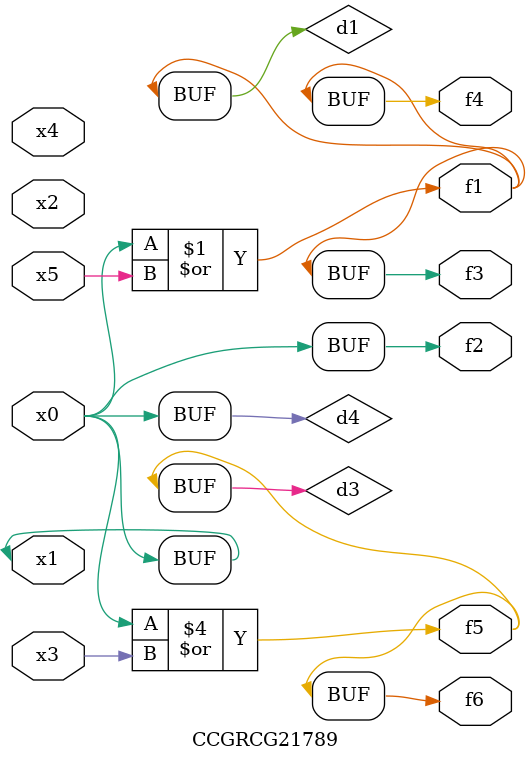
<source format=v>
module CCGRCG21789(
	input x0, x1, x2, x3, x4, x5,
	output f1, f2, f3, f4, f5, f6
);

	wire d1, d2, d3, d4;

	or (d1, x0, x5);
	xnor (d2, x1, x4);
	or (d3, x0, x3);
	buf (d4, x0, x1);
	assign f1 = d1;
	assign f2 = d4;
	assign f3 = d1;
	assign f4 = d1;
	assign f5 = d3;
	assign f6 = d3;
endmodule

</source>
